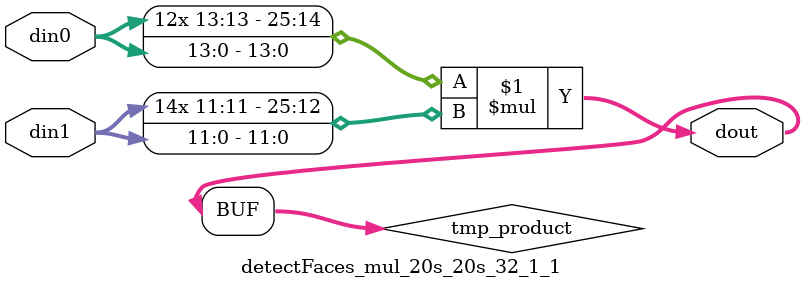
<source format=v>

`timescale 1 ns / 1 ps

 module detectFaces_mul_20s_20s_32_1_1(din0, din1, dout);
parameter ID = 1;
parameter NUM_STAGE = 0;
parameter din0_WIDTH = 14;
parameter din1_WIDTH = 12;
parameter dout_WIDTH = 26;

input [din0_WIDTH - 1 : 0] din0; 
input [din1_WIDTH - 1 : 0] din1; 
output [dout_WIDTH - 1 : 0] dout;

wire signed [dout_WIDTH - 1 : 0] tmp_product;



























assign tmp_product = $signed(din0) * $signed(din1);








assign dout = tmp_product;





















endmodule

</source>
